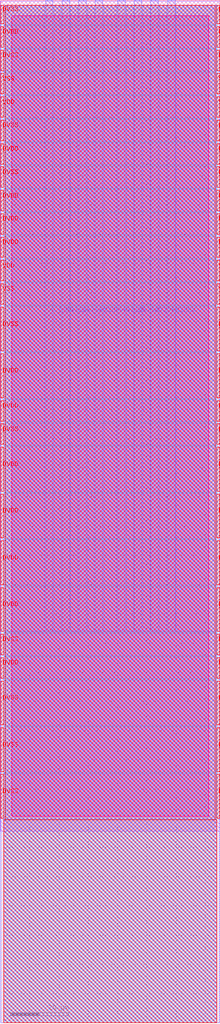
<source format=lef>
VERSION 5.7 ;
  NOWIREEXTENSIONATPIN ON ;
  DIVIDERCHAR "/" ;
  BUSBITCHARS "[]" ;
MACRO gf180mcu_fd_io__asig_5p0
  CLASS PAD INOUT ;
  FOREIGN gf180mcu_fd_io__asig_5p0 ;
  ORIGIN 0.000 0.000 ;
  SIZE 75.000 BY 350.000 ;
  SYMMETRY X Y R90 ;
  SITE GF_IO_Site ;
  PIN ASIG5V
    DIRECTION INOUT ;
    USE SIGNAL ;
    ANTENNADIFFAREA 1200.000000 ;
    PORT
      LAYER Metal2 ;
        RECT 15.340 134.370 17.880 350.000 ;
    END
    PORT
      LAYER Metal2 ;
        RECT 21.020 134.370 23.560 350.000 ;
    END
    PORT
      LAYER Metal2 ;
        RECT 26.700 134.370 29.240 350.000 ;
    END
    PORT
      LAYER Metal2 ;
        RECT 32.380 134.370 34.920 350.000 ;
    END
    PORT
      LAYER Metal2 ;
        RECT 40.080 134.370 42.620 350.000 ;
    END
    PORT
      LAYER Metal2 ;
        RECT 45.760 134.370 48.300 350.000 ;
    END
    PORT
      LAYER Metal2 ;
        RECT 51.440 134.370 53.980 350.000 ;
    END
    PORT
      LAYER Metal2 ;
        RECT 57.120 134.370 59.660 350.000 ;
    END
  END ASIG5V
  PIN DVDD
    DIRECTION INOUT ;
    USE POWER ;
    PORT
      LAYER Metal5 ;
        RECT 74.000 118.000 75.000 125.000 ;
    END
    PORT
      LAYER Metal5 ;
        RECT 74.000 182.000 75.000 197.000 ;
    END
    PORT
      LAYER Metal5 ;
        RECT 74.000 166.000 75.000 181.000 ;
    END
    PORT
      LAYER Metal5 ;
        RECT 74.000 150.000 75.000 165.000 ;
    END
    PORT
      LAYER Metal5 ;
        RECT 74.000 134.000 75.000 149.000 ;
    END
    PORT
      LAYER Metal5 ;
        RECT 74.000 214.000 75.000 229.000 ;
    END
    PORT
      LAYER Metal5 ;
        RECT 74.000 206.000 75.000 213.000 ;
    END
    PORT
      LAYER Metal5 ;
        RECT 74.000 278.000 75.000 285.000 ;
    END
    PORT
      LAYER Metal5 ;
        RECT 74.000 270.000 75.000 277.000 ;
    END
    PORT
      LAYER Metal5 ;
        RECT 74.000 262.000 75.000 269.000 ;
    END
    PORT
      LAYER Metal5 ;
        RECT 74.000 294.000 75.000 301.000 ;
    END
    PORT
      LAYER Metal5 ;
        RECT 74.000 334.000 75.000 341.000 ;
    END
    PORT
      LAYER Metal4 ;
        RECT 74.000 118.000 75.000 125.000 ;
    END
    PORT
      LAYER Metal4 ;
        RECT 74.000 182.000 75.000 197.000 ;
    END
    PORT
      LAYER Metal4 ;
        RECT 74.000 166.000 75.000 181.000 ;
    END
    PORT
      LAYER Metal4 ;
        RECT 74.000 150.000 75.000 165.000 ;
    END
    PORT
      LAYER Metal4 ;
        RECT 74.000 134.000 75.000 149.000 ;
    END
    PORT
      LAYER Metal4 ;
        RECT 74.000 214.000 75.000 229.000 ;
    END
    PORT
      LAYER Metal4 ;
        RECT 74.000 206.000 75.000 213.000 ;
    END
    PORT
      LAYER Metal4 ;
        RECT 74.000 278.000 75.000 285.000 ;
    END
    PORT
      LAYER Metal4 ;
        RECT 74.000 270.000 75.000 277.000 ;
    END
    PORT
      LAYER Metal4 ;
        RECT 74.000 262.000 75.000 269.000 ;
    END
    PORT
      LAYER Metal4 ;
        RECT 74.000 294.000 75.000 301.000 ;
    END
    PORT
      LAYER Metal4 ;
        RECT 74.000 334.000 75.000 341.000 ;
    END
    PORT
      LAYER Metal3 ;
        RECT 74.000 118.000 75.000 125.000 ;
    END
    PORT
      LAYER Metal3 ;
        RECT 74.000 182.000 75.000 197.000 ;
    END
    PORT
      LAYER Metal3 ;
        RECT 74.000 166.000 75.000 181.000 ;
    END
    PORT
      LAYER Metal3 ;
        RECT 74.000 150.000 75.000 165.000 ;
    END
    PORT
      LAYER Metal3 ;
        RECT 74.000 134.000 75.000 149.000 ;
    END
    PORT
      LAYER Metal3 ;
        RECT 74.000 214.000 75.000 229.000 ;
    END
    PORT
      LAYER Metal3 ;
        RECT 74.000 206.000 75.000 213.000 ;
    END
    PORT
      LAYER Metal3 ;
        RECT 74.000 278.000 75.000 285.000 ;
    END
    PORT
      LAYER Metal3 ;
        RECT 74.000 270.000 75.000 277.000 ;
    END
    PORT
      LAYER Metal3 ;
        RECT 74.000 262.000 75.000 269.000 ;
    END
    PORT
      LAYER Metal3 ;
        RECT 74.000 294.000 75.000 301.000 ;
    END
    PORT
      LAYER Metal3 ;
        RECT 74.000 334.000 75.000 341.000 ;
    END
    PORT
      LAYER Metal3 ;
        RECT 0.000 334.000 1.000 341.000 ;
    END
    PORT
      LAYER Metal3 ;
        RECT 0.000 294.000 1.000 301.000 ;
    END
    PORT
      LAYER Metal3 ;
        RECT 0.000 262.000 1.000 269.000 ;
    END
    PORT
      LAYER Metal3 ;
        RECT 0.000 270.000 1.000 277.000 ;
    END
    PORT
      LAYER Metal3 ;
        RECT 0.000 278.000 1.000 285.000 ;
    END
    PORT
      LAYER Metal3 ;
        RECT 0.000 206.000 1.000 213.000 ;
    END
    PORT
      LAYER Metal3 ;
        RECT 0.000 214.000 1.000 229.000 ;
    END
    PORT
      LAYER Metal3 ;
        RECT 0.000 134.000 1.000 149.000 ;
    END
    PORT
      LAYER Metal3 ;
        RECT 0.000 150.000 1.000 165.000 ;
    END
    PORT
      LAYER Metal3 ;
        RECT 0.000 166.000 1.000 181.000 ;
    END
    PORT
      LAYER Metal3 ;
        RECT 0.000 182.000 1.000 197.000 ;
    END
    PORT
      LAYER Metal5 ;
        RECT 0.000 334.000 1.000 341.000 ;
    END
    PORT
      LAYER Metal5 ;
        RECT 0.000 294.000 1.000 301.000 ;
    END
    PORT
      LAYER Metal5 ;
        RECT 0.000 262.000 1.000 269.000 ;
    END
    PORT
      LAYER Metal5 ;
        RECT 0.000 270.000 1.000 277.000 ;
    END
    PORT
      LAYER Metal5 ;
        RECT 0.000 278.000 1.000 285.000 ;
    END
    PORT
      LAYER Metal5 ;
        RECT 0.000 206.000 1.000 213.000 ;
    END
    PORT
      LAYER Metal5 ;
        RECT 0.000 214.000 1.000 229.000 ;
    END
    PORT
      LAYER Metal5 ;
        RECT 0.000 134.000 1.000 149.000 ;
    END
    PORT
      LAYER Metal5 ;
        RECT 0.000 150.000 1.000 165.000 ;
    END
    PORT
      LAYER Metal5 ;
        RECT 0.000 166.000 1.000 181.000 ;
    END
    PORT
      LAYER Metal5 ;
        RECT 0.000 182.000 1.000 197.000 ;
    END
    PORT
      LAYER Metal4 ;
        RECT 0.000 334.000 1.000 341.000 ;
    END
    PORT
      LAYER Metal4 ;
        RECT 0.000 294.000 1.000 301.000 ;
    END
    PORT
      LAYER Metal4 ;
        RECT 0.000 262.000 1.000 269.000 ;
    END
    PORT
      LAYER Metal4 ;
        RECT 0.000 270.000 1.000 277.000 ;
    END
    PORT
      LAYER Metal4 ;
        RECT 0.000 278.000 1.000 285.000 ;
    END
    PORT
      LAYER Metal4 ;
        RECT 0.000 206.000 1.000 213.000 ;
    END
    PORT
      LAYER Metal4 ;
        RECT 0.000 214.000 1.000 229.000 ;
    END
    PORT
      LAYER Metal4 ;
        RECT 0.000 134.000 1.000 149.000 ;
    END
    PORT
      LAYER Metal4 ;
        RECT 0.000 150.000 1.000 165.000 ;
    END
    PORT
      LAYER Metal4 ;
        RECT 0.000 166.000 1.000 181.000 ;
    END
    PORT
      LAYER Metal4 ;
        RECT 0.000 182.000 1.000 197.000 ;
    END
    PORT
      LAYER Metal4 ;
        RECT 0.000 118.000 1.000 125.000 ;
    END
    PORT
      LAYER Metal5 ;
        RECT 0.000 118.000 1.000 125.000 ;
    END
    PORT
      LAYER Metal3 ;
        RECT 0.000 118.000 1.000 125.000 ;
    END
  END DVDD
  PIN DVSS
    DIRECTION INOUT ;
    USE GROUND ;
    PORT
      LAYER Metal5 ;
        RECT 74.000 102.000 75.000 117.000 ;
    END
    PORT
      LAYER Metal5 ;
        RECT 74.000 86.000 75.000 101.000 ;
    END
    PORT
      LAYER Metal5 ;
        RECT 74.000 70.000 75.000 85.000 ;
    END
    PORT
      LAYER Metal5 ;
        RECT 74.000 126.000 75.000 133.000 ;
    END
    PORT
      LAYER Metal5 ;
        RECT 74.000 198.000 75.000 205.000 ;
    END
    PORT
      LAYER Metal5 ;
        RECT 74.000 230.000 75.000 245.000 ;
    END
    PORT
      LAYER Metal5 ;
        RECT 74.000 286.000 75.000 293.000 ;
    END
    PORT
      LAYER Metal5 ;
        RECT 74.000 302.000 75.000 309.000 ;
    END
    PORT
      LAYER Metal5 ;
        RECT 74.000 326.000 75.000 333.000 ;
    END
    PORT
      LAYER Metal5 ;
        RECT 74.000 342.000 75.000 348.390 ;
    END
    PORT
      LAYER Metal4 ;
        RECT 74.000 102.000 75.000 117.000 ;
    END
    PORT
      LAYER Metal4 ;
        RECT 74.000 86.000 75.000 101.000 ;
    END
    PORT
      LAYER Metal4 ;
        RECT 74.000 70.000 75.000 85.000 ;
    END
    PORT
      LAYER Metal4 ;
        RECT 74.000 126.000 75.000 133.000 ;
    END
    PORT
      LAYER Metal4 ;
        RECT 74.000 198.000 75.000 205.000 ;
    END
    PORT
      LAYER Metal4 ;
        RECT 74.000 230.000 75.000 245.000 ;
    END
    PORT
      LAYER Metal4 ;
        RECT 74.000 286.000 75.000 293.000 ;
    END
    PORT
      LAYER Metal4 ;
        RECT 74.000 302.000 75.000 309.000 ;
    END
    PORT
      LAYER Metal4 ;
        RECT 74.000 326.000 75.000 333.000 ;
    END
    PORT
      LAYER Metal4 ;
        RECT 74.000 342.000 75.000 348.390 ;
    END
    PORT
      LAYER Metal3 ;
        RECT 74.000 102.000 75.000 117.000 ;
    END
    PORT
      LAYER Metal3 ;
        RECT 74.000 86.000 75.000 101.000 ;
    END
    PORT
      LAYER Metal3 ;
        RECT 74.000 70.000 75.000 85.000 ;
    END
    PORT
      LAYER Metal3 ;
        RECT 74.000 126.000 75.000 133.000 ;
    END
    PORT
      LAYER Metal3 ;
        RECT 74.000 198.000 75.000 205.000 ;
    END
    PORT
      LAYER Metal3 ;
        RECT 74.000 230.000 75.000 245.000 ;
    END
    PORT
      LAYER Metal3 ;
        RECT 74.000 286.000 75.000 293.000 ;
    END
    PORT
      LAYER Metal3 ;
        RECT 74.000 302.000 75.000 309.000 ;
    END
    PORT
      LAYER Metal3 ;
        RECT 74.000 326.000 75.000 333.000 ;
    END
    PORT
      LAYER Metal3 ;
        RECT 74.000 342.000 75.000 348.390 ;
    END
    PORT
      LAYER Metal3 ;
        RECT 0.000 342.000 1.000 348.390 ;
    END
    PORT
      LAYER Metal3 ;
        RECT 0.000 326.000 1.000 333.000 ;
    END
    PORT
      LAYER Metal3 ;
        RECT 0.000 302.000 1.000 309.000 ;
    END
    PORT
      LAYER Metal3 ;
        RECT 0.000 286.000 1.000 293.000 ;
    END
    PORT
      LAYER Metal3 ;
        RECT 0.000 230.000 1.000 245.000 ;
    END
    PORT
      LAYER Metal3 ;
        RECT 0.000 198.000 1.000 205.000 ;
    END
    PORT
      LAYER Metal3 ;
        RECT 0.000 126.000 1.000 133.000 ;
    END
    PORT
      LAYER Metal3 ;
        RECT 0.000 70.000 1.000 85.000 ;
    END
    PORT
      LAYER Metal3 ;
        RECT 0.000 86.000 1.000 101.000 ;
    END
    PORT
      LAYER Metal5 ;
        RECT 0.000 342.000 1.000 348.390 ;
    END
    PORT
      LAYER Metal5 ;
        RECT 0.000 326.000 1.000 333.000 ;
    END
    PORT
      LAYER Metal5 ;
        RECT 0.000 302.000 1.000 309.000 ;
    END
    PORT
      LAYER Metal5 ;
        RECT 0.000 286.000 1.000 293.000 ;
    END
    PORT
      LAYER Metal5 ;
        RECT 0.000 230.000 1.000 245.000 ;
    END
    PORT
      LAYER Metal5 ;
        RECT 0.000 198.000 1.000 205.000 ;
    END
    PORT
      LAYER Metal5 ;
        RECT 0.000 126.000 1.000 133.000 ;
    END
    PORT
      LAYER Metal5 ;
        RECT 0.000 70.000 1.000 85.000 ;
    END
    PORT
      LAYER Metal5 ;
        RECT 0.000 86.000 1.000 101.000 ;
    END
    PORT
      LAYER Metal4 ;
        RECT 0.000 342.000 1.000 348.390 ;
    END
    PORT
      LAYER Metal4 ;
        RECT 0.000 326.000 1.000 333.000 ;
    END
    PORT
      LAYER Metal4 ;
        RECT 0.000 302.000 1.000 309.000 ;
    END
    PORT
      LAYER Metal4 ;
        RECT 0.000 286.000 1.000 293.000 ;
    END
    PORT
      LAYER Metal4 ;
        RECT 0.000 230.000 1.000 245.000 ;
    END
    PORT
      LAYER Metal4 ;
        RECT 0.000 198.000 1.000 205.000 ;
    END
    PORT
      LAYER Metal4 ;
        RECT 0.000 126.000 1.000 133.000 ;
    END
    PORT
      LAYER Metal4 ;
        RECT 0.000 70.000 1.000 85.000 ;
    END
    PORT
      LAYER Metal4 ;
        RECT 0.000 86.000 1.000 101.000 ;
    END
    PORT
      LAYER Metal4 ;
        RECT 0.000 102.000 1.000 117.000 ;
    END
    PORT
      LAYER Metal5 ;
        RECT 0.000 102.000 1.000 117.000 ;
    END
    PORT
      LAYER Metal3 ;
        RECT 0.000 102.000 1.000 117.000 ;
    END
  END DVSS
  PIN VDD
    DIRECTION INOUT ;
    USE POWER ;
    PORT
      LAYER Metal5 ;
        RECT 74.000 254.000 75.000 261.000 ;
    END
    PORT
      LAYER Metal5 ;
        RECT 74.000 310.000 75.000 317.000 ;
    END
    PORT
      LAYER Metal4 ;
        RECT 74.000 254.000 75.000 261.000 ;
    END
    PORT
      LAYER Metal4 ;
        RECT 74.000 310.000 75.000 317.000 ;
    END
    PORT
      LAYER Metal3 ;
        RECT 74.000 254.000 75.000 261.000 ;
    END
    PORT
      LAYER Metal3 ;
        RECT 74.000 310.000 75.000 317.000 ;
    END
    PORT
      LAYER Metal3 ;
        RECT 0.000 310.000 1.000 317.000 ;
    END
    PORT
      LAYER Metal5 ;
        RECT 0.000 310.000 1.000 317.000 ;
    END
    PORT
      LAYER Metal4 ;
        RECT 0.000 310.000 1.000 317.000 ;
    END
    PORT
      LAYER Metal4 ;
        RECT 0.000 254.000 1.000 261.000 ;
    END
    PORT
      LAYER Metal5 ;
        RECT 0.000 254.000 1.000 261.000 ;
    END
    PORT
      LAYER Metal3 ;
        RECT 0.000 254.000 1.000 261.000 ;
    END
  END VDD
  PIN VSS
    DIRECTION INOUT ;
    USE GROUND ;
    PORT
      LAYER Metal5 ;
        RECT 74.000 246.000 75.000 253.000 ;
    END
    PORT
      LAYER Metal5 ;
        RECT 74.000 318.000 75.000 325.000 ;
    END
    PORT
      LAYER Metal4 ;
        RECT 74.000 246.000 75.000 253.000 ;
    END
    PORT
      LAYER Metal4 ;
        RECT 74.000 318.000 75.000 325.000 ;
    END
    PORT
      LAYER Metal3 ;
        RECT 74.000 246.000 75.000 253.000 ;
    END
    PORT
      LAYER Metal3 ;
        RECT 74.000 318.000 75.000 325.000 ;
    END
    PORT
      LAYER Metal3 ;
        RECT 0.000 318.000 1.000 325.000 ;
    END
    PORT
      LAYER Metal5 ;
        RECT 0.000 318.000 1.000 325.000 ;
    END
    PORT
      LAYER Metal4 ;
        RECT 0.000 318.000 1.000 325.000 ;
    END
    PORT
      LAYER Metal4 ;
        RECT 0.000 246.000 1.000 253.000 ;
    END
    PORT
      LAYER Metal5 ;
        RECT 0.000 246.000 1.000 253.000 ;
    END
    PORT
      LAYER Metal3 ;
        RECT 0.000 246.000 1.000 253.000 ;
    END
  END VSS
  OBS
      LAYER Nwell ;
        RECT 3.790 70.755 71.210 344.755 ;
      LAYER Metal1 ;
        RECT -0.160 65.540 75.160 349.785 ;
      LAYER Metal2 ;
        RECT 0.000 134.070 15.040 348.390 ;
        RECT 18.180 134.070 20.720 348.390 ;
        RECT 23.860 134.070 26.400 348.390 ;
        RECT 29.540 134.070 32.080 348.390 ;
        RECT 35.220 134.070 39.780 348.390 ;
        RECT 42.920 134.070 45.460 348.390 ;
        RECT 48.600 134.070 51.140 348.390 ;
        RECT 54.280 134.070 56.820 348.390 ;
        RECT 59.960 134.070 75.000 348.390 ;
        RECT 0.000 0.000 75.000 134.070 ;
      LAYER Metal3 ;
        RECT 1.300 341.700 73.700 348.390 ;
        RECT 1.000 341.300 74.000 341.700 ;
        RECT 1.300 333.700 73.700 341.300 ;
        RECT 1.000 333.300 74.000 333.700 ;
        RECT 1.300 325.700 73.700 333.300 ;
        RECT 1.000 325.300 74.000 325.700 ;
        RECT 1.300 317.700 73.700 325.300 ;
        RECT 1.000 317.300 74.000 317.700 ;
        RECT 1.300 309.700 73.700 317.300 ;
        RECT 1.000 309.300 74.000 309.700 ;
        RECT 1.300 301.700 73.700 309.300 ;
        RECT 1.000 301.300 74.000 301.700 ;
        RECT 1.300 293.700 73.700 301.300 ;
        RECT 1.000 293.300 74.000 293.700 ;
        RECT 1.300 285.700 73.700 293.300 ;
        RECT 1.000 285.300 74.000 285.700 ;
        RECT 1.300 277.700 73.700 285.300 ;
        RECT 1.000 277.300 74.000 277.700 ;
        RECT 1.300 269.700 73.700 277.300 ;
        RECT 1.000 269.300 74.000 269.700 ;
        RECT 1.300 261.700 73.700 269.300 ;
        RECT 1.000 261.300 74.000 261.700 ;
        RECT 1.300 253.700 73.700 261.300 ;
        RECT 1.000 253.300 74.000 253.700 ;
        RECT 1.300 245.700 73.700 253.300 ;
        RECT 1.000 245.300 74.000 245.700 ;
        RECT 1.300 229.700 73.700 245.300 ;
        RECT 1.000 229.300 74.000 229.700 ;
        RECT 1.300 213.700 73.700 229.300 ;
        RECT 1.000 213.300 74.000 213.700 ;
        RECT 1.300 205.700 73.700 213.300 ;
        RECT 1.000 205.300 74.000 205.700 ;
        RECT 1.300 197.700 73.700 205.300 ;
        RECT 1.000 197.300 74.000 197.700 ;
        RECT 1.300 181.700 73.700 197.300 ;
        RECT 1.000 181.300 74.000 181.700 ;
        RECT 1.300 165.700 73.700 181.300 ;
        RECT 1.000 165.300 74.000 165.700 ;
        RECT 1.300 149.700 73.700 165.300 ;
        RECT 1.000 149.300 74.000 149.700 ;
        RECT 1.300 133.700 73.700 149.300 ;
        RECT 1.000 133.300 74.000 133.700 ;
        RECT 1.300 125.700 73.700 133.300 ;
        RECT 1.000 125.300 74.000 125.700 ;
        RECT 1.300 117.700 73.700 125.300 ;
        RECT 1.000 117.300 74.000 117.700 ;
        RECT 1.300 101.700 73.700 117.300 ;
        RECT 1.000 101.300 74.000 101.700 ;
        RECT 1.300 85.700 73.700 101.300 ;
        RECT 1.000 85.300 74.000 85.700 ;
        RECT 1.300 69.700 73.700 85.300 ;
        RECT 1.000 0.000 74.000 69.700 ;
      LAYER Metal4 ;
        RECT 1.300 341.700 73.700 348.390 ;
        RECT 1.000 341.300 74.000 341.700 ;
        RECT 1.300 333.700 73.700 341.300 ;
        RECT 1.000 333.300 74.000 333.700 ;
        RECT 1.300 325.700 73.700 333.300 ;
        RECT 1.000 325.300 74.000 325.700 ;
        RECT 1.300 317.700 73.700 325.300 ;
        RECT 1.000 317.300 74.000 317.700 ;
        RECT 1.300 309.700 73.700 317.300 ;
        RECT 1.000 309.300 74.000 309.700 ;
        RECT 1.300 301.700 73.700 309.300 ;
        RECT 1.000 301.300 74.000 301.700 ;
        RECT 1.300 293.700 73.700 301.300 ;
        RECT 1.000 293.300 74.000 293.700 ;
        RECT 1.300 285.700 73.700 293.300 ;
        RECT 1.000 285.300 74.000 285.700 ;
        RECT 1.300 277.700 73.700 285.300 ;
        RECT 1.000 277.300 74.000 277.700 ;
        RECT 1.300 269.700 73.700 277.300 ;
        RECT 1.000 269.300 74.000 269.700 ;
        RECT 1.300 261.700 73.700 269.300 ;
        RECT 1.000 261.300 74.000 261.700 ;
        RECT 1.300 253.700 73.700 261.300 ;
        RECT 1.000 253.300 74.000 253.700 ;
        RECT 1.300 245.700 73.700 253.300 ;
        RECT 1.000 245.300 74.000 245.700 ;
        RECT 1.300 229.700 73.700 245.300 ;
        RECT 1.000 229.300 74.000 229.700 ;
        RECT 1.300 213.700 73.700 229.300 ;
        RECT 1.000 213.300 74.000 213.700 ;
        RECT 1.300 205.700 73.700 213.300 ;
        RECT 1.000 205.300 74.000 205.700 ;
        RECT 1.300 197.700 73.700 205.300 ;
        RECT 1.000 197.300 74.000 197.700 ;
        RECT 1.300 181.700 73.700 197.300 ;
        RECT 1.000 181.300 74.000 181.700 ;
        RECT 1.300 165.700 73.700 181.300 ;
        RECT 1.000 165.300 74.000 165.700 ;
        RECT 1.300 149.700 73.700 165.300 ;
        RECT 1.000 149.300 74.000 149.700 ;
        RECT 1.300 133.700 73.700 149.300 ;
        RECT 1.000 133.300 74.000 133.700 ;
        RECT 1.300 125.700 73.700 133.300 ;
        RECT 1.000 125.300 74.000 125.700 ;
        RECT 1.300 117.700 73.700 125.300 ;
        RECT 1.000 117.300 74.000 117.700 ;
        RECT 1.300 101.700 73.700 117.300 ;
        RECT 1.000 101.300 74.000 101.700 ;
        RECT 1.300 85.700 73.700 101.300 ;
        RECT 1.000 85.300 74.000 85.700 ;
        RECT 1.300 69.700 73.700 85.300 ;
        RECT 1.000 0.000 74.000 69.700 ;
      LAYER Metal5 ;
        RECT 1.500 69.500 73.500 348.390 ;
        RECT 1.000 0.000 74.000 69.500 ;
  END
END gf180mcu_fd_io__asig_5p0
END LIBRARY


</source>
